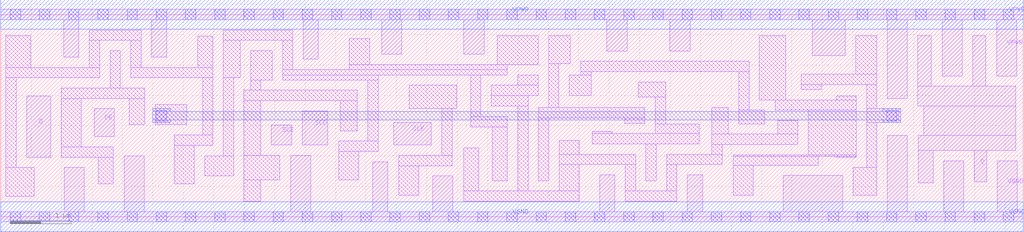
<source format=lef>
# Copyright 2020 The SkyWater PDK Authors
#
# Licensed under the Apache License, Version 2.0 (the "License");
# you may not use this file except in compliance with the License.
# You may obtain a copy of the License at
#
#     https://www.apache.org/licenses/LICENSE-2.0
#
# Unless required by applicable law or agreed to in writing, software
# distributed under the License is distributed on an "AS IS" BASIS,
# WITHOUT WARRANTIES OR CONDITIONS OF ANY KIND, either express or implied.
# See the License for the specific language governing permissions and
# limitations under the License.
#
# SPDX-License-Identifier: Apache-2.0

VERSION 5.7 ;
  NAMESCASESENSITIVE ON ;
  NOWIREEXTENSIONATPIN ON ;
  DIVIDERCHAR "/" ;
  BUSBITCHARS "[]" ;
UNITS
  DATABASE MICRONS 200 ;
END UNITS
MACRO sky130_fd_sc_ms__sedfxtp_4
  CLASS CORE ;
  SOURCE USER ;
  FOREIGN sky130_fd_sc_ms__sedfxtp_4 ;
  ORIGIN  0.000000  0.000000 ;
  SIZE  16.80000 BY  3.330000 ;
  SYMMETRY X Y ;
  SITE unit ;
  PIN D
    ANTENNAGATEAREA  0.178200 ;
    DIRECTION INPUT ;
    USE SIGNAL ;
    PORT
      LAYER li1 ;
        RECT 0.425000 0.980000 0.825000 1.990000 ;
    END
  END D
  PIN DE
    ANTENNAGATEAREA  0.356400 ;
    DIRECTION INPUT ;
    USE SIGNAL ;
    PORT
      LAYER li1 ;
        RECT 1.535000 1.320000 1.865000 1.780000 ;
    END
  END DE
  PIN Q
    ANTENNADIFFAREA  1.030300 ;
    DIRECTION OUTPUT ;
    USE SIGNAL ;
    PORT
      LAYER li1 ;
        RECT 15.065000 1.820000 16.675000 2.150000 ;
        RECT 15.065000 2.150000 15.285000 2.980000 ;
        RECT 15.075000 0.560000 15.325000 1.090000 ;
        RECT 15.075000 1.090000 16.675000 1.340000 ;
        RECT 15.165000 1.340000 16.675000 1.820000 ;
        RECT 15.970000 2.150000 16.185000 2.980000 ;
        RECT 15.995000 0.575000 16.200000 1.090000 ;
    END
  END Q
  PIN SCD
    ANTENNAGATEAREA  0.178200 ;
    DIRECTION INPUT ;
    USE SIGNAL ;
    PORT
      LAYER li1 ;
        RECT 4.955000 1.180000 5.370000 1.745000 ;
    END
  END SCD
  PIN SCE
    ANTENNAGATEAREA  0.356400 ;
    DIRECTION INPUT ;
    USE SIGNAL ;
    PORT
      LAYER li1 ;
        RECT 4.445000 1.180000 4.785000 1.510000 ;
    END
  END SCE
  PIN CLK
    ANTENNAGATEAREA  0.312600 ;
    DIRECTION INPUT ;
    USE CLOCK ;
    PORT
      LAYER li1 ;
        RECT 6.455000 1.180000 7.075000 1.550000 ;
    END
  END CLK
  PIN VGND
    DIRECTION INOUT ;
    USE GROUND ;
    PORT
      LAYER li1 ;
        RECT  0.000000 -0.085000 16.800000 0.085000 ;
        RECT  1.040000  0.085000  1.370000 0.810000 ;
        RECT  2.030000  0.085000  2.360000 1.005000 ;
        RECT  4.765000  0.085000  5.095000 1.010000 ;
        RECT  6.110000  0.085000  6.360000 0.905000 ;
        RECT  7.095000  0.085000  7.425000 0.670000 ;
        RECT  9.840000  0.085000 10.090000 0.690000 ;
        RECT 11.280000  0.085000 11.530000 0.690000 ;
        RECT 12.855000  0.085000 13.835000 0.680000 ;
        RECT 14.565000  0.085000 14.895000 1.340000 ;
        RECT 15.495000  0.085000 15.825000 0.920000 ;
        RECT 16.370000  0.085000 16.700000 0.920000 ;
      LAYER mcon ;
        RECT  0.155000 -0.085000  0.325000 0.085000 ;
        RECT  0.635000 -0.085000  0.805000 0.085000 ;
        RECT  1.115000 -0.085000  1.285000 0.085000 ;
        RECT  1.595000 -0.085000  1.765000 0.085000 ;
        RECT  2.075000 -0.085000  2.245000 0.085000 ;
        RECT  2.555000 -0.085000  2.725000 0.085000 ;
        RECT  3.035000 -0.085000  3.205000 0.085000 ;
        RECT  3.515000 -0.085000  3.685000 0.085000 ;
        RECT  3.995000 -0.085000  4.165000 0.085000 ;
        RECT  4.475000 -0.085000  4.645000 0.085000 ;
        RECT  4.955000 -0.085000  5.125000 0.085000 ;
        RECT  5.435000 -0.085000  5.605000 0.085000 ;
        RECT  5.915000 -0.085000  6.085000 0.085000 ;
        RECT  6.395000 -0.085000  6.565000 0.085000 ;
        RECT  6.875000 -0.085000  7.045000 0.085000 ;
        RECT  7.355000 -0.085000  7.525000 0.085000 ;
        RECT  7.835000 -0.085000  8.005000 0.085000 ;
        RECT  8.315000 -0.085000  8.485000 0.085000 ;
        RECT  8.795000 -0.085000  8.965000 0.085000 ;
        RECT  9.275000 -0.085000  9.445000 0.085000 ;
        RECT  9.755000 -0.085000  9.925000 0.085000 ;
        RECT 10.235000 -0.085000 10.405000 0.085000 ;
        RECT 10.715000 -0.085000 10.885000 0.085000 ;
        RECT 11.195000 -0.085000 11.365000 0.085000 ;
        RECT 11.675000 -0.085000 11.845000 0.085000 ;
        RECT 12.155000 -0.085000 12.325000 0.085000 ;
        RECT 12.635000 -0.085000 12.805000 0.085000 ;
        RECT 13.115000 -0.085000 13.285000 0.085000 ;
        RECT 13.595000 -0.085000 13.765000 0.085000 ;
        RECT 14.075000 -0.085000 14.245000 0.085000 ;
        RECT 14.555000 -0.085000 14.725000 0.085000 ;
        RECT 15.035000 -0.085000 15.205000 0.085000 ;
        RECT 15.515000 -0.085000 15.685000 0.085000 ;
        RECT 15.995000 -0.085000 16.165000 0.085000 ;
        RECT 16.475000 -0.085000 16.645000 0.085000 ;
      LAYER met1 ;
        RECT 0.000000 -0.245000 16.800000 0.245000 ;
    END
  END VGND
  PIN VPWR
    DIRECTION INOUT ;
    USE POWER ;
    PORT
      LAYER li1 ;
        RECT  0.000000 3.245000 16.800000 3.415000 ;
        RECT  1.035000 2.630000  1.285000 3.245000 ;
        RECT  2.475000 2.630000  2.725000 3.245000 ;
        RECT  4.970000 2.595000  5.220000 3.245000 ;
        RECT  6.260000 2.675000  6.590000 3.245000 ;
        RECT  7.610000 2.675000  7.940000 3.245000 ;
        RECT  9.960000 2.730000 10.290000 3.245000 ;
        RECT 10.995000 2.730000 11.325000 3.245000 ;
        RECT 13.335000 2.650000 13.875000 3.245000 ;
        RECT 14.565000 1.950000 14.895000 3.245000 ;
        RECT 15.465000 2.320000 15.795000 3.245000 ;
        RECT 16.365000 2.320000 16.695000 3.245000 ;
      LAYER mcon ;
        RECT  0.155000 3.245000  0.325000 3.415000 ;
        RECT  0.635000 3.245000  0.805000 3.415000 ;
        RECT  1.115000 3.245000  1.285000 3.415000 ;
        RECT  1.595000 3.245000  1.765000 3.415000 ;
        RECT  2.075000 3.245000  2.245000 3.415000 ;
        RECT  2.555000 3.245000  2.725000 3.415000 ;
        RECT  3.035000 3.245000  3.205000 3.415000 ;
        RECT  3.515000 3.245000  3.685000 3.415000 ;
        RECT  3.995000 3.245000  4.165000 3.415000 ;
        RECT  4.475000 3.245000  4.645000 3.415000 ;
        RECT  4.955000 3.245000  5.125000 3.415000 ;
        RECT  5.435000 3.245000  5.605000 3.415000 ;
        RECT  5.915000 3.245000  6.085000 3.415000 ;
        RECT  6.395000 3.245000  6.565000 3.415000 ;
        RECT  6.875000 3.245000  7.045000 3.415000 ;
        RECT  7.355000 3.245000  7.525000 3.415000 ;
        RECT  7.835000 3.245000  8.005000 3.415000 ;
        RECT  8.315000 3.245000  8.485000 3.415000 ;
        RECT  8.795000 3.245000  8.965000 3.415000 ;
        RECT  9.275000 3.245000  9.445000 3.415000 ;
        RECT  9.755000 3.245000  9.925000 3.415000 ;
        RECT 10.235000 3.245000 10.405000 3.415000 ;
        RECT 10.715000 3.245000 10.885000 3.415000 ;
        RECT 11.195000 3.245000 11.365000 3.415000 ;
        RECT 11.675000 3.245000 11.845000 3.415000 ;
        RECT 12.155000 3.245000 12.325000 3.415000 ;
        RECT 12.635000 3.245000 12.805000 3.415000 ;
        RECT 13.115000 3.245000 13.285000 3.415000 ;
        RECT 13.595000 3.245000 13.765000 3.415000 ;
        RECT 14.075000 3.245000 14.245000 3.415000 ;
        RECT 14.555000 3.245000 14.725000 3.415000 ;
        RECT 15.035000 3.245000 15.205000 3.415000 ;
        RECT 15.515000 3.245000 15.685000 3.415000 ;
        RECT 15.995000 3.245000 16.165000 3.415000 ;
        RECT 16.475000 3.245000 16.645000 3.415000 ;
      LAYER met1 ;
        RECT 0.000000 3.085000 16.800000 3.575000 ;
    END
  END VPWR
  OBS
    LAYER li1 ;
      RECT  0.085000 0.340000  0.550000 0.810000 ;
      RECT  0.085000 0.810000  0.255000 2.290000 ;
      RECT  0.085000 2.290000  1.625000 2.460000 ;
      RECT  0.085000 2.460000  0.495000 2.980000 ;
      RECT  0.995000 0.980000  1.850000 1.150000 ;
      RECT  0.995000 1.150000  1.325000 1.950000 ;
      RECT  0.995000 1.950000  2.365000 2.120000 ;
      RECT  1.455000 2.460000  1.625000 2.905000 ;
      RECT  1.455000 2.905000  2.305000 3.075000 ;
      RECT  1.600000 0.545000  1.850000 0.980000 ;
      RECT  1.795000 2.120000  1.965000 2.735000 ;
      RECT  2.115000 1.520000  2.365000 1.950000 ;
      RECT  2.135000 2.290000  3.485000 2.460000 ;
      RECT  2.135000 2.460000  2.305000 2.905000 ;
      RECT  2.535000 1.520000  3.055000 1.850000 ;
      RECT  2.850000 0.545000  3.180000 1.175000 ;
      RECT  2.850000 1.175000  3.485000 1.345000 ;
      RECT  3.235000 2.460000  3.485000 2.975000 ;
      RECT  3.315000 1.345000  3.485000 2.290000 ;
      RECT  3.350000 0.675000  3.825000 1.005000 ;
      RECT  3.655000 1.005000  3.825000 2.295000 ;
      RECT  3.655000 2.295000  3.935000 2.905000 ;
      RECT  3.655000 2.905000  4.800000 3.075000 ;
      RECT  3.995000 0.255000  4.275000 0.605000 ;
      RECT  3.995000 0.605000  4.585000 1.010000 ;
      RECT  3.995000 1.010000  4.275000 1.915000 ;
      RECT  3.995000 1.915000  5.860000 2.085000 ;
      RECT  4.105000 2.085000  4.275000 2.255000 ;
      RECT  4.105000 2.255000  4.460000 2.735000 ;
      RECT  4.630000 2.255000  6.200000 2.335000 ;
      RECT  4.630000 2.335000  8.325000 2.425000 ;
      RECT  4.630000 2.425000  4.800000 2.905000 ;
      RECT  5.555000 0.605000  5.885000 1.075000 ;
      RECT  5.555000 1.075000  6.200000 1.245000 ;
      RECT  5.580000 1.415000  5.860000 1.915000 ;
      RECT  5.730000 2.425000  8.325000 2.505000 ;
      RECT  5.730000 2.505000  6.060000 2.935000 ;
      RECT  6.030000 1.245000  6.200000 2.255000 ;
      RECT  6.540000 0.350000  6.870000 0.840000 ;
      RECT  6.540000 0.840000  7.415000 1.010000 ;
      RECT  6.710000 1.785000  7.490000 2.165000 ;
      RECT  7.245000 1.010000  7.415000 1.785000 ;
      RECT  7.605000 0.255000  9.505000 0.425000 ;
      RECT  7.605000 0.425000  7.855000 1.130000 ;
      RECT  7.720000 1.480000  8.325000 1.650000 ;
      RECT  7.720000 1.650000  7.890000 2.335000 ;
      RECT  8.060000 1.820000  8.665000 1.995000 ;
      RECT  8.060000 1.995000  8.830000 2.165000 ;
      RECT  8.075000 0.595000  8.325000 1.480000 ;
      RECT  8.155000 2.505000  8.830000 2.980000 ;
      RECT  8.495000 0.425000  8.665000 1.820000 ;
      RECT  8.495000 2.165000  8.830000 2.335000 ;
      RECT  8.835000 0.595000  9.005000 1.630000 ;
      RECT  8.835000 1.630000 10.585000 1.800000 ;
      RECT  9.000000 1.800000  9.170000 2.520000 ;
      RECT  9.000000 2.520000  9.360000 2.980000 ;
      RECT  9.175000 0.425000  9.505000 0.860000 ;
      RECT  9.175000 0.860000 10.430000 1.030000 ;
      RECT  9.175000 1.030000  9.505000 1.255000 ;
      RECT  9.340000 2.000000  9.700000 2.330000 ;
      RECT  9.530000 2.330000  9.700000 2.390000 ;
      RECT  9.530000 2.390000 12.295000 2.560000 ;
      RECT  9.715000 1.200000 11.475000 1.370000 ;
      RECT  9.715000 1.370000 10.045000 1.405000 ;
      RECT 10.255000 1.540000 10.585000 1.630000 ;
      RECT 10.260000 0.255000 11.110000 0.425000 ;
      RECT 10.260000 0.425000 10.430000 0.860000 ;
      RECT 10.475000 1.970000 10.925000 2.220000 ;
      RECT 10.600000 0.595000 10.770000 1.200000 ;
      RECT 10.755000 1.370000 11.475000 1.530000 ;
      RECT 10.755000 1.530000 10.925000 1.970000 ;
      RECT 10.940000 0.425000 11.110000 0.860000 ;
      RECT 10.940000 0.860000 11.855000 1.030000 ;
      RECT 11.685000 1.030000 11.855000 1.190000 ;
      RECT 11.685000 1.190000 13.095000 1.360000 ;
      RECT 11.685000 1.360000 11.955000 1.800000 ;
      RECT 12.035000 0.350000 12.365000 0.850000 ;
      RECT 12.035000 0.850000 13.435000 0.990000 ;
      RECT 12.035000 0.990000 14.055000 1.020000 ;
      RECT 12.125000 1.530000 12.555000 1.755000 ;
      RECT 12.125000 1.755000 12.295000 2.390000 ;
      RECT 12.465000 1.925000 12.895000 2.980000 ;
      RECT 12.725000 1.755000 14.055000 1.925000 ;
      RECT 12.765000 1.360000 13.095000 1.585000 ;
      RECT 13.155000 2.095000 13.485000 2.180000 ;
      RECT 13.155000 2.180000 14.395000 2.350000 ;
      RECT 13.265000 1.020000 14.055000 1.755000 ;
      RECT 13.725000 0.980000 14.055000 0.990000 ;
      RECT 13.725000 1.925000 14.055000 1.990000 ;
      RECT 14.005000 0.350000 14.395000 0.810000 ;
      RECT 14.045000 2.350000 14.395000 2.980000 ;
      RECT 14.225000 0.810000 14.395000 1.550000 ;
      RECT 14.225000 1.550000 14.755000 1.780000 ;
      RECT 14.225000 1.780000 14.395000 2.180000 ;
    LAYER mcon ;
      RECT  2.555000 1.580000  2.725000 1.750000 ;
      RECT 14.555000 1.580000 14.725000 1.750000 ;
    LAYER met1 ;
      RECT  2.495000 1.550000  2.785000 1.595000 ;
      RECT  2.495000 1.595000 14.785000 1.735000 ;
      RECT  2.495000 1.735000  2.785000 1.780000 ;
      RECT 14.495000 1.550000 14.785000 1.595000 ;
      RECT 14.495000 1.735000 14.785000 1.780000 ;
  END
END sky130_fd_sc_ms__sedfxtp_4

</source>
